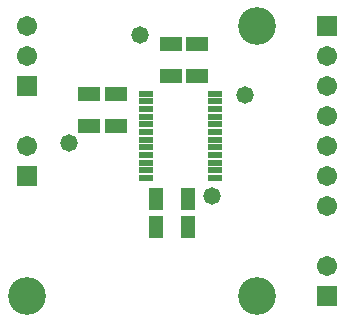
<source format=gts>
G04 Layer_Color=8388736*
%FSLAX25Y25*%
%MOIN*%
G70*
G01*
G75*
%ADD22R,0.04700X0.02000*%
%ADD23R,0.07493X0.05131*%
%ADD24R,0.05131X0.07493*%
%ADD25C,0.06706*%
%ADD26R,0.06706X0.06706*%
%ADD27C,0.12611*%
%ADD28C,0.05800*%
D22*
X75987Y77575D02*
D03*
Y75016D02*
D03*
Y72457D02*
D03*
Y69898D02*
D03*
Y67339D02*
D03*
Y64780D02*
D03*
Y62220D02*
D03*
Y59661D02*
D03*
Y57102D02*
D03*
Y54543D02*
D03*
Y51984D02*
D03*
Y49425D02*
D03*
X53013D02*
D03*
Y51984D02*
D03*
Y54543D02*
D03*
Y57102D02*
D03*
Y59661D02*
D03*
Y62220D02*
D03*
Y64780D02*
D03*
Y67339D02*
D03*
Y69898D02*
D03*
Y72457D02*
D03*
Y75016D02*
D03*
Y77575D02*
D03*
D23*
X61500Y94130D02*
D03*
Y83500D02*
D03*
X34000Y66685D02*
D03*
Y77315D02*
D03*
X70000Y94130D02*
D03*
Y83500D02*
D03*
X43000Y66685D02*
D03*
Y77315D02*
D03*
D24*
X67130Y33000D02*
D03*
X56500D02*
D03*
X67130Y42500D02*
D03*
X56500D02*
D03*
D25*
X13500Y100000D02*
D03*
Y90000D02*
D03*
Y60000D02*
D03*
X113500Y20000D02*
D03*
Y80000D02*
D03*
Y90000D02*
D03*
Y70000D02*
D03*
Y60000D02*
D03*
Y50000D02*
D03*
Y40000D02*
D03*
D26*
X13500Y80000D02*
D03*
Y50000D02*
D03*
X113500Y10000D02*
D03*
Y100000D02*
D03*
D27*
X13500Y10000D02*
D03*
X90000Y100000D02*
D03*
Y10000D02*
D03*
D28*
X27500Y61000D02*
D03*
X51000Y97000D02*
D03*
X86000Y77000D02*
D03*
X75000Y43500D02*
D03*
M02*

</source>
